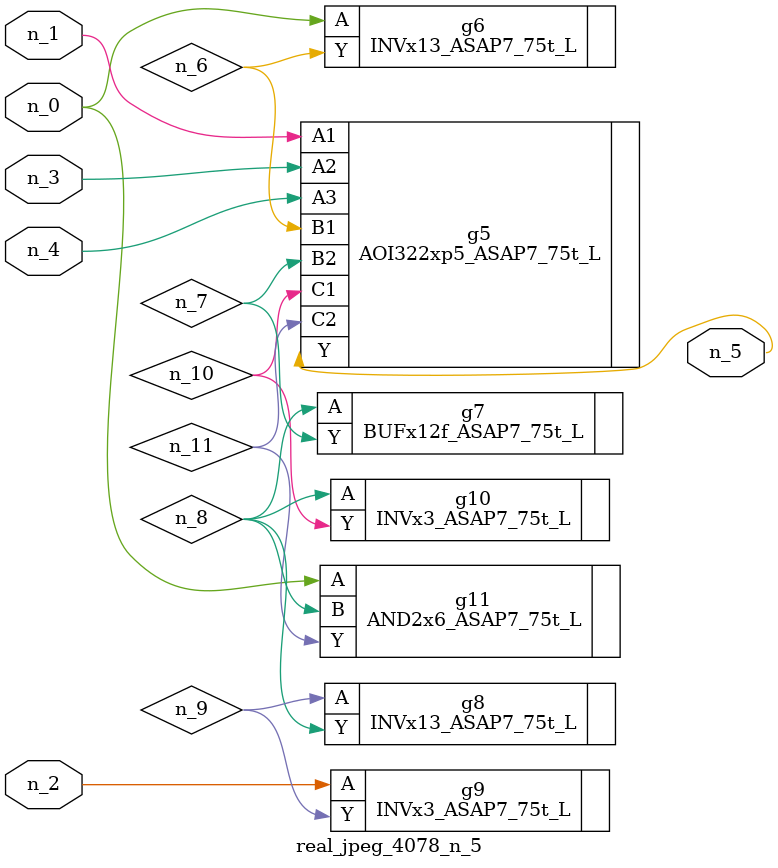
<source format=v>
module real_jpeg_4078_n_5 (n_4, n_0, n_1, n_2, n_3, n_5);

input n_4;
input n_0;
input n_1;
input n_2;
input n_3;

output n_5;

wire n_8;
wire n_11;
wire n_6;
wire n_7;
wire n_10;
wire n_9;

INVx13_ASAP7_75t_L g6 ( 
.A(n_0),
.Y(n_6)
);

AND2x6_ASAP7_75t_L g11 ( 
.A(n_0),
.B(n_8),
.Y(n_11)
);

AOI322xp5_ASAP7_75t_L g5 ( 
.A1(n_1),
.A2(n_3),
.A3(n_4),
.B1(n_6),
.B2(n_7),
.C1(n_10),
.C2(n_11),
.Y(n_5)
);

INVx3_ASAP7_75t_L g9 ( 
.A(n_2),
.Y(n_9)
);

BUFx12f_ASAP7_75t_L g7 ( 
.A(n_8),
.Y(n_7)
);

INVx3_ASAP7_75t_L g10 ( 
.A(n_8),
.Y(n_10)
);

INVx13_ASAP7_75t_L g8 ( 
.A(n_9),
.Y(n_8)
);


endmodule
</source>
